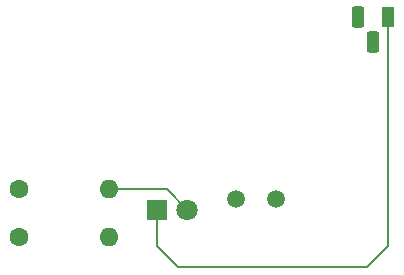
<source format=gbl>
G04 #@! TF.GenerationSoftware,KiCad,Pcbnew,9.0.1*
G04 #@! TF.CreationDate,2025-06-30T22:23:46+05:30*
G04 #@! TF.ProjectId,solder,736f6c64-6572-42e6-9b69-6361645f7063,rev?*
G04 #@! TF.SameCoordinates,Original*
G04 #@! TF.FileFunction,Copper,L2,Bot*
G04 #@! TF.FilePolarity,Positive*
%FSLAX46Y46*%
G04 Gerber Fmt 4.6, Leading zero omitted, Abs format (unit mm)*
G04 Created by KiCad (PCBNEW 9.0.1) date 2025-06-30 22:23:46*
%MOMM*%
%LPD*%
G01*
G04 APERTURE LIST*
G04 Aperture macros list*
%AMRoundRect*
0 Rectangle with rounded corners*
0 $1 Rounding radius*
0 $2 $3 $4 $5 $6 $7 $8 $9 X,Y pos of 4 corners*
0 Add a 4 corners polygon primitive as box body*
4,1,4,$2,$3,$4,$5,$6,$7,$8,$9,$2,$3,0*
0 Add four circle primitives for the rounded corners*
1,1,$1+$1,$2,$3*
1,1,$1+$1,$4,$5*
1,1,$1+$1,$6,$7*
1,1,$1+$1,$8,$9*
0 Add four rect primitives between the rounded corners*
20,1,$1+$1,$2,$3,$4,$5,0*
20,1,$1+$1,$4,$5,$6,$7,0*
20,1,$1+$1,$6,$7,$8,$9,0*
20,1,$1+$1,$8,$9,$2,$3,0*%
G04 Aperture macros list end*
G04 #@! TA.AperFunction,ComponentPad*
%ADD10C,1.500000*%
G04 #@! TD*
G04 #@! TA.AperFunction,ComponentPad*
%ADD11C,1.600000*%
G04 #@! TD*
G04 #@! TA.AperFunction,ComponentPad*
%ADD12O,1.600000X1.600000*%
G04 #@! TD*
G04 #@! TA.AperFunction,ComponentPad*
%ADD13R,1.100000X1.800000*%
G04 #@! TD*
G04 #@! TA.AperFunction,ComponentPad*
%ADD14RoundRect,0.275000X0.275000X0.625000X-0.275000X0.625000X-0.275000X-0.625000X0.275000X-0.625000X0*%
G04 #@! TD*
G04 #@! TA.AperFunction,ComponentPad*
%ADD15R,1.800000X1.800000*%
G04 #@! TD*
G04 #@! TA.AperFunction,ComponentPad*
%ADD16C,1.800000*%
G04 #@! TD*
G04 #@! TA.AperFunction,Conductor*
%ADD17C,0.200000*%
G04 #@! TD*
G04 APERTURE END LIST*
D10*
G04 #@! TO.P,R3,1*
G04 #@! TO.N,Net-(BT1-+)*
X137350000Y-78750000D03*
G04 #@! TO.P,R3,2*
G04 #@! TO.N,Net-(Q1-B)*
X140750000Y-78750000D03*
G04 #@! TD*
D11*
G04 #@! TO.P,R2,1*
G04 #@! TO.N,Net-(Q1-B)*
X119020000Y-81950000D03*
D12*
G04 #@! TO.P,R2,2*
G04 #@! TO.N,Net-(BT1--)*
X126640000Y-81950000D03*
G04 #@! TD*
D11*
G04 #@! TO.P,R1,1*
G04 #@! TO.N,Net-(BT1-+)*
X119020000Y-77900000D03*
D12*
G04 #@! TO.P,R1,2*
G04 #@! TO.N,Net-(D1-A)*
X126640000Y-77900000D03*
G04 #@! TD*
D13*
G04 #@! TO.P,Q1,1,C*
G04 #@! TO.N,Net-(D1-K)*
X150270000Y-63330000D03*
D14*
G04 #@! TO.P,Q1,2,B*
G04 #@! TO.N,Net-(Q1-B)*
X149000000Y-65400000D03*
G04 #@! TO.P,Q1,3,E*
G04 #@! TO.N,Net-(BT1--)*
X147730000Y-63330000D03*
G04 #@! TD*
D15*
G04 #@! TO.P,D1,1,K*
G04 #@! TO.N,Net-(D1-K)*
X130680000Y-79610000D03*
D16*
G04 #@! TO.P,D1,2,A*
G04 #@! TO.N,Net-(D1-A)*
X133220000Y-79610000D03*
G04 #@! TD*
D17*
G04 #@! TO.N,Net-(D1-K)*
X150270000Y-82730000D02*
X150270000Y-63730000D01*
X132500000Y-84500000D02*
X148500000Y-84500000D01*
X130680000Y-82680000D02*
X132500000Y-84500000D01*
X148500000Y-84500000D02*
X150270000Y-82730000D01*
X130680000Y-79610000D02*
X130680000Y-82680000D01*
G04 #@! TO.N,Net-(D1-A)*
X131510000Y-77900000D02*
X133220000Y-79610000D01*
X126640000Y-77900000D02*
X131510000Y-77900000D01*
G04 #@! TD*
M02*

</source>
